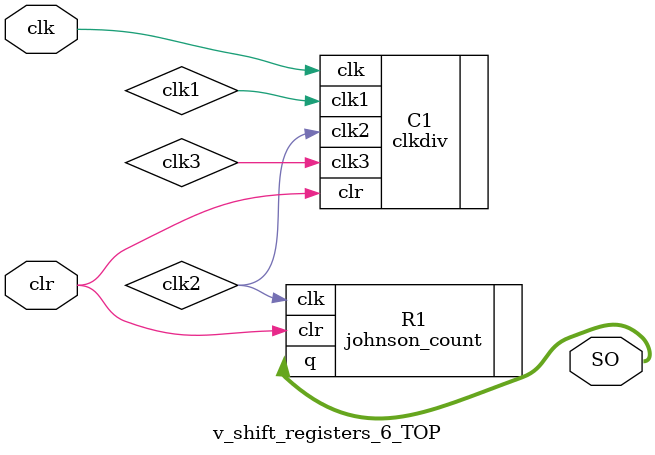
<source format=v>
`timescale 1ns / 1ps
module v_shift_registers_6_TOP(
		input clk, clr,
		output [7:0] SO
    );

wire clk1,clk2,clk3;

clkdiv C1(.clk(clk), .clr(clr), .clk1(clk1), .clk2(clk2), .clk3(clk3));
johnson_count R1(.clk(clk2), .clr(clr), .q(SO));

endmodule

</source>
